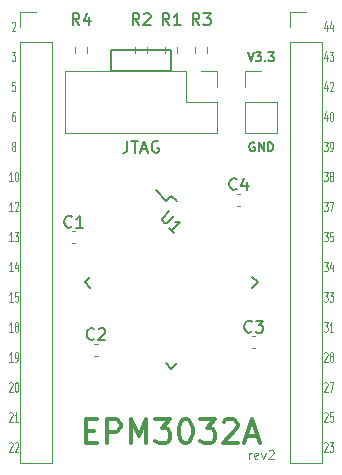
<source format=gbr>
%TF.GenerationSoftware,KiCad,Pcbnew,(6.0.6-0)*%
%TF.CreationDate,2022-10-09T21:23:26+09:00*%
%TF.ProjectId,EPM3032_DEV,45504d33-3033-4325-9f44-45562e6b6963,rev?*%
%TF.SameCoordinates,Original*%
%TF.FileFunction,Legend,Top*%
%TF.FilePolarity,Positive*%
%FSLAX46Y46*%
G04 Gerber Fmt 4.6, Leading zero omitted, Abs format (unit mm)*
G04 Created by KiCad (PCBNEW (6.0.6-0)) date 2022-10-09 21:23:26*
%MOMM*%
%LPD*%
G01*
G04 APERTURE LIST*
%ADD10C,0.100000*%
%ADD11C,0.150000*%
%ADD12C,0.300000*%
%ADD13C,0.125000*%
%ADD14C,0.120000*%
G04 APERTURE END LIST*
D10*
X125982142Y-110194285D02*
X125982142Y-109694285D01*
X125982142Y-109837142D02*
X126017857Y-109765714D01*
X126053571Y-109730000D01*
X126125000Y-109694285D01*
X126196428Y-109694285D01*
X126732142Y-110158571D02*
X126660714Y-110194285D01*
X126517857Y-110194285D01*
X126446428Y-110158571D01*
X126410714Y-110087142D01*
X126410714Y-109801428D01*
X126446428Y-109730000D01*
X126517857Y-109694285D01*
X126660714Y-109694285D01*
X126732142Y-109730000D01*
X126767857Y-109801428D01*
X126767857Y-109872857D01*
X126410714Y-109944285D01*
X127017857Y-109694285D02*
X127196428Y-110194285D01*
X127375000Y-109694285D01*
X127625000Y-109515714D02*
X127660714Y-109480000D01*
X127732142Y-109444285D01*
X127910714Y-109444285D01*
X127982142Y-109480000D01*
X128017857Y-109515714D01*
X128053571Y-109587142D01*
X128053571Y-109658571D01*
X128017857Y-109765714D01*
X127589285Y-110194285D01*
X128053571Y-110194285D01*
D11*
X114300000Y-77410000D02*
X119380000Y-77410000D01*
X119380000Y-77410000D02*
X119380000Y-75570000D01*
X119380000Y-75570000D02*
X114300000Y-75570000D01*
X114300000Y-75570000D02*
X114300000Y-77410000D01*
X126428571Y-83445000D02*
X126357142Y-83409285D01*
X126250000Y-83409285D01*
X126142857Y-83445000D01*
X126071428Y-83516428D01*
X126035714Y-83587857D01*
X126000000Y-83730714D01*
X126000000Y-83837857D01*
X126035714Y-83980714D01*
X126071428Y-84052142D01*
X126142857Y-84123571D01*
X126250000Y-84159285D01*
X126321428Y-84159285D01*
X126428571Y-84123571D01*
X126464285Y-84087857D01*
X126464285Y-83837857D01*
X126321428Y-83837857D01*
X126785714Y-84159285D02*
X126785714Y-83409285D01*
X127214285Y-84159285D01*
X127214285Y-83409285D01*
X127571428Y-84159285D02*
X127571428Y-83409285D01*
X127750000Y-83409285D01*
X127857142Y-83445000D01*
X127928571Y-83516428D01*
X127964285Y-83587857D01*
X128000000Y-83730714D01*
X128000000Y-83837857D01*
X127964285Y-83980714D01*
X127928571Y-84052142D01*
X127857142Y-84123571D01*
X127750000Y-84159285D01*
X127571428Y-84159285D01*
X125857142Y-75789285D02*
X126107142Y-76539285D01*
X126357142Y-75789285D01*
X126535714Y-75789285D02*
X127000000Y-75789285D01*
X126750000Y-76075000D01*
X126857142Y-76075000D01*
X126928571Y-76110714D01*
X126964285Y-76146428D01*
X127000000Y-76217857D01*
X127000000Y-76396428D01*
X126964285Y-76467857D01*
X126928571Y-76503571D01*
X126857142Y-76539285D01*
X126642857Y-76539285D01*
X126571428Y-76503571D01*
X126535714Y-76467857D01*
X127321428Y-76467857D02*
X127357142Y-76503571D01*
X127321428Y-76539285D01*
X127285714Y-76503571D01*
X127321428Y-76467857D01*
X127321428Y-76539285D01*
X127607142Y-75789285D02*
X128071428Y-75789285D01*
X127821428Y-76075000D01*
X127928571Y-76075000D01*
X128000000Y-76110714D01*
X128035714Y-76146428D01*
X128071428Y-76217857D01*
X128071428Y-76396428D01*
X128035714Y-76467857D01*
X128000000Y-76503571D01*
X127928571Y-76539285D01*
X127714285Y-76539285D01*
X127642857Y-76503571D01*
X127607142Y-76467857D01*
D12*
X112141904Y-107807142D02*
X112808571Y-107807142D01*
X113094285Y-108854761D02*
X112141904Y-108854761D01*
X112141904Y-106854761D01*
X113094285Y-106854761D01*
X113951428Y-108854761D02*
X113951428Y-106854761D01*
X114713333Y-106854761D01*
X114903809Y-106950000D01*
X114999047Y-107045238D01*
X115094285Y-107235714D01*
X115094285Y-107521428D01*
X114999047Y-107711904D01*
X114903809Y-107807142D01*
X114713333Y-107902380D01*
X113951428Y-107902380D01*
X115951428Y-108854761D02*
X115951428Y-106854761D01*
X116618095Y-108283333D01*
X117284761Y-106854761D01*
X117284761Y-108854761D01*
X118046666Y-106854761D02*
X119284761Y-106854761D01*
X118618095Y-107616666D01*
X118903809Y-107616666D01*
X119094285Y-107711904D01*
X119189523Y-107807142D01*
X119284761Y-107997619D01*
X119284761Y-108473809D01*
X119189523Y-108664285D01*
X119094285Y-108759523D01*
X118903809Y-108854761D01*
X118332380Y-108854761D01*
X118141904Y-108759523D01*
X118046666Y-108664285D01*
X120522857Y-106854761D02*
X120713333Y-106854761D01*
X120903809Y-106950000D01*
X120999047Y-107045238D01*
X121094285Y-107235714D01*
X121189523Y-107616666D01*
X121189523Y-108092857D01*
X121094285Y-108473809D01*
X120999047Y-108664285D01*
X120903809Y-108759523D01*
X120713333Y-108854761D01*
X120522857Y-108854761D01*
X120332380Y-108759523D01*
X120237142Y-108664285D01*
X120141904Y-108473809D01*
X120046666Y-108092857D01*
X120046666Y-107616666D01*
X120141904Y-107235714D01*
X120237142Y-107045238D01*
X120332380Y-106950000D01*
X120522857Y-106854761D01*
X121856190Y-106854761D02*
X123094285Y-106854761D01*
X122427619Y-107616666D01*
X122713333Y-107616666D01*
X122903809Y-107711904D01*
X122999047Y-107807142D01*
X123094285Y-107997619D01*
X123094285Y-108473809D01*
X122999047Y-108664285D01*
X122903809Y-108759523D01*
X122713333Y-108854761D01*
X122141904Y-108854761D01*
X121951428Y-108759523D01*
X121856190Y-108664285D01*
X123856190Y-107045238D02*
X123951428Y-106950000D01*
X124141904Y-106854761D01*
X124618095Y-106854761D01*
X124808571Y-106950000D01*
X124903809Y-107045238D01*
X124999047Y-107235714D01*
X124999047Y-107426190D01*
X124903809Y-107711904D01*
X123760952Y-108854761D01*
X124999047Y-108854761D01*
X125760952Y-108283333D02*
X126713333Y-108283333D01*
X125570476Y-108854761D02*
X126237142Y-106854761D01*
X126903809Y-108854761D01*
D11*
X115673333Y-83277380D02*
X115673333Y-83991666D01*
X115625714Y-84134523D01*
X115530476Y-84229761D01*
X115387619Y-84277380D01*
X115292380Y-84277380D01*
X116006666Y-83277380D02*
X116578095Y-83277380D01*
X116292380Y-84277380D02*
X116292380Y-83277380D01*
X116863809Y-83991666D02*
X117340000Y-83991666D01*
X116768571Y-84277380D02*
X117101904Y-83277380D01*
X117435238Y-84277380D01*
X118292380Y-83325000D02*
X118197142Y-83277380D01*
X118054285Y-83277380D01*
X117911428Y-83325000D01*
X117816190Y-83420238D01*
X117768571Y-83515476D01*
X117720952Y-83705952D01*
X117720952Y-83848809D01*
X117768571Y-84039285D01*
X117816190Y-84134523D01*
X117911428Y-84229761D01*
X118054285Y-84277380D01*
X118149523Y-84277380D01*
X118292380Y-84229761D01*
X118340000Y-84182142D01*
X118340000Y-83848809D01*
X118149523Y-83848809D01*
D13*
X132572142Y-73464114D02*
X132572142Y-73990780D01*
X132453095Y-73163161D02*
X132334047Y-73727447D01*
X132643571Y-73727447D01*
X133048333Y-73464114D02*
X133048333Y-73990780D01*
X132929285Y-73163161D02*
X132810238Y-73727447D01*
X133119761Y-73727447D01*
X132572142Y-76007914D02*
X132572142Y-76534580D01*
X132453095Y-75706961D02*
X132334047Y-76271247D01*
X132643571Y-76271247D01*
X132786428Y-75744580D02*
X133095952Y-75744580D01*
X132929285Y-76045533D01*
X133000714Y-76045533D01*
X133048333Y-76083152D01*
X133072142Y-76120771D01*
X133095952Y-76196009D01*
X133095952Y-76384104D01*
X133072142Y-76459342D01*
X133048333Y-76496961D01*
X133000714Y-76534580D01*
X132857857Y-76534580D01*
X132810238Y-76496961D01*
X132786428Y-76459342D01*
X132572142Y-78551714D02*
X132572142Y-79078380D01*
X132453095Y-78250761D02*
X132334047Y-78815047D01*
X132643571Y-78815047D01*
X132810238Y-78363619D02*
X132834047Y-78326000D01*
X132881666Y-78288380D01*
X133000714Y-78288380D01*
X133048333Y-78326000D01*
X133072142Y-78363619D01*
X133095952Y-78438857D01*
X133095952Y-78514095D01*
X133072142Y-78626952D01*
X132786428Y-79078380D01*
X133095952Y-79078380D01*
X132572142Y-81095514D02*
X132572142Y-81622180D01*
X132453095Y-80794561D02*
X132334047Y-81358847D01*
X132643571Y-81358847D01*
X132929285Y-80832180D02*
X132976904Y-80832180D01*
X133024523Y-80869800D01*
X133048333Y-80907419D01*
X133072142Y-80982657D01*
X133095952Y-81133133D01*
X133095952Y-81321228D01*
X133072142Y-81471704D01*
X133048333Y-81546942D01*
X133024523Y-81584561D01*
X132976904Y-81622180D01*
X132929285Y-81622180D01*
X132881666Y-81584561D01*
X132857857Y-81546942D01*
X132834047Y-81471704D01*
X132810238Y-81321228D01*
X132810238Y-81133133D01*
X132834047Y-80982657D01*
X132857857Y-80907419D01*
X132881666Y-80869800D01*
X132929285Y-80832180D01*
X132310238Y-83375980D02*
X132619761Y-83375980D01*
X132453095Y-83676933D01*
X132524523Y-83676933D01*
X132572142Y-83714552D01*
X132595952Y-83752171D01*
X132619761Y-83827409D01*
X132619761Y-84015504D01*
X132595952Y-84090742D01*
X132572142Y-84128361D01*
X132524523Y-84165980D01*
X132381666Y-84165980D01*
X132334047Y-84128361D01*
X132310238Y-84090742D01*
X132857857Y-84165980D02*
X132953095Y-84165980D01*
X133000714Y-84128361D01*
X133024523Y-84090742D01*
X133072142Y-83977885D01*
X133095952Y-83827409D01*
X133095952Y-83526457D01*
X133072142Y-83451219D01*
X133048333Y-83413600D01*
X133000714Y-83375980D01*
X132905476Y-83375980D01*
X132857857Y-83413600D01*
X132834047Y-83451219D01*
X132810238Y-83526457D01*
X132810238Y-83714552D01*
X132834047Y-83789790D01*
X132857857Y-83827409D01*
X132905476Y-83865028D01*
X133000714Y-83865028D01*
X133048333Y-83827409D01*
X133072142Y-83789790D01*
X133095952Y-83714552D01*
X132310238Y-85919780D02*
X132619761Y-85919780D01*
X132453095Y-86220733D01*
X132524523Y-86220733D01*
X132572142Y-86258352D01*
X132595952Y-86295971D01*
X132619761Y-86371209D01*
X132619761Y-86559304D01*
X132595952Y-86634542D01*
X132572142Y-86672161D01*
X132524523Y-86709780D01*
X132381666Y-86709780D01*
X132334047Y-86672161D01*
X132310238Y-86634542D01*
X132905476Y-86258352D02*
X132857857Y-86220733D01*
X132834047Y-86183114D01*
X132810238Y-86107876D01*
X132810238Y-86070257D01*
X132834047Y-85995019D01*
X132857857Y-85957400D01*
X132905476Y-85919780D01*
X133000714Y-85919780D01*
X133048333Y-85957400D01*
X133072142Y-85995019D01*
X133095952Y-86070257D01*
X133095952Y-86107876D01*
X133072142Y-86183114D01*
X133048333Y-86220733D01*
X133000714Y-86258352D01*
X132905476Y-86258352D01*
X132857857Y-86295971D01*
X132834047Y-86333590D01*
X132810238Y-86408828D01*
X132810238Y-86559304D01*
X132834047Y-86634542D01*
X132857857Y-86672161D01*
X132905476Y-86709780D01*
X133000714Y-86709780D01*
X133048333Y-86672161D01*
X133072142Y-86634542D01*
X133095952Y-86559304D01*
X133095952Y-86408828D01*
X133072142Y-86333590D01*
X133048333Y-86295971D01*
X133000714Y-86258352D01*
X132310238Y-88463580D02*
X132619761Y-88463580D01*
X132453095Y-88764533D01*
X132524523Y-88764533D01*
X132572142Y-88802152D01*
X132595952Y-88839771D01*
X132619761Y-88915009D01*
X132619761Y-89103104D01*
X132595952Y-89178342D01*
X132572142Y-89215961D01*
X132524523Y-89253580D01*
X132381666Y-89253580D01*
X132334047Y-89215961D01*
X132310238Y-89178342D01*
X132786428Y-88463580D02*
X133119761Y-88463580D01*
X132905476Y-89253580D01*
X132310238Y-91007380D02*
X132619761Y-91007380D01*
X132453095Y-91308333D01*
X132524523Y-91308333D01*
X132572142Y-91345952D01*
X132595952Y-91383571D01*
X132619761Y-91458809D01*
X132619761Y-91646904D01*
X132595952Y-91722142D01*
X132572142Y-91759761D01*
X132524523Y-91797380D01*
X132381666Y-91797380D01*
X132334047Y-91759761D01*
X132310238Y-91722142D01*
X133072142Y-91007380D02*
X132834047Y-91007380D01*
X132810238Y-91383571D01*
X132834047Y-91345952D01*
X132881666Y-91308333D01*
X133000714Y-91308333D01*
X133048333Y-91345952D01*
X133072142Y-91383571D01*
X133095952Y-91458809D01*
X133095952Y-91646904D01*
X133072142Y-91722142D01*
X133048333Y-91759761D01*
X133000714Y-91797380D01*
X132881666Y-91797380D01*
X132834047Y-91759761D01*
X132810238Y-91722142D01*
X132310238Y-93551180D02*
X132619761Y-93551180D01*
X132453095Y-93852133D01*
X132524523Y-93852133D01*
X132572142Y-93889752D01*
X132595952Y-93927371D01*
X132619761Y-94002609D01*
X132619761Y-94190704D01*
X132595952Y-94265942D01*
X132572142Y-94303561D01*
X132524523Y-94341180D01*
X132381666Y-94341180D01*
X132334047Y-94303561D01*
X132310238Y-94265942D01*
X133048333Y-93814514D02*
X133048333Y-94341180D01*
X132929285Y-93513561D02*
X132810238Y-94077847D01*
X133119761Y-94077847D01*
X132310238Y-96094980D02*
X132619761Y-96094980D01*
X132453095Y-96395933D01*
X132524523Y-96395933D01*
X132572142Y-96433552D01*
X132595952Y-96471171D01*
X132619761Y-96546409D01*
X132619761Y-96734504D01*
X132595952Y-96809742D01*
X132572142Y-96847361D01*
X132524523Y-96884980D01*
X132381666Y-96884980D01*
X132334047Y-96847361D01*
X132310238Y-96809742D01*
X132786428Y-96094980D02*
X133095952Y-96094980D01*
X132929285Y-96395933D01*
X133000714Y-96395933D01*
X133048333Y-96433552D01*
X133072142Y-96471171D01*
X133095952Y-96546409D01*
X133095952Y-96734504D01*
X133072142Y-96809742D01*
X133048333Y-96847361D01*
X133000714Y-96884980D01*
X132857857Y-96884980D01*
X132810238Y-96847361D01*
X132786428Y-96809742D01*
X132310238Y-98638780D02*
X132619761Y-98638780D01*
X132453095Y-98939733D01*
X132524523Y-98939733D01*
X132572142Y-98977352D01*
X132595952Y-99014971D01*
X132619761Y-99090209D01*
X132619761Y-99278304D01*
X132595952Y-99353542D01*
X132572142Y-99391161D01*
X132524523Y-99428780D01*
X132381666Y-99428780D01*
X132334047Y-99391161D01*
X132310238Y-99353542D01*
X133095952Y-99428780D02*
X132810238Y-99428780D01*
X132953095Y-99428780D02*
X132953095Y-98638780D01*
X132905476Y-98751638D01*
X132857857Y-98826876D01*
X132810238Y-98864495D01*
X132334047Y-101257819D02*
X132357857Y-101220200D01*
X132405476Y-101182580D01*
X132524523Y-101182580D01*
X132572142Y-101220200D01*
X132595952Y-101257819D01*
X132619761Y-101333057D01*
X132619761Y-101408295D01*
X132595952Y-101521152D01*
X132310238Y-101972580D01*
X132619761Y-101972580D01*
X132905476Y-101521152D02*
X132857857Y-101483533D01*
X132834047Y-101445914D01*
X132810238Y-101370676D01*
X132810238Y-101333057D01*
X132834047Y-101257819D01*
X132857857Y-101220200D01*
X132905476Y-101182580D01*
X133000714Y-101182580D01*
X133048333Y-101220200D01*
X133072142Y-101257819D01*
X133095952Y-101333057D01*
X133095952Y-101370676D01*
X133072142Y-101445914D01*
X133048333Y-101483533D01*
X133000714Y-101521152D01*
X132905476Y-101521152D01*
X132857857Y-101558771D01*
X132834047Y-101596390D01*
X132810238Y-101671628D01*
X132810238Y-101822104D01*
X132834047Y-101897342D01*
X132857857Y-101934961D01*
X132905476Y-101972580D01*
X133000714Y-101972580D01*
X133048333Y-101934961D01*
X133072142Y-101897342D01*
X133095952Y-101822104D01*
X133095952Y-101671628D01*
X133072142Y-101596390D01*
X133048333Y-101558771D01*
X133000714Y-101521152D01*
X132334047Y-103801619D02*
X132357857Y-103764000D01*
X132405476Y-103726380D01*
X132524523Y-103726380D01*
X132572142Y-103764000D01*
X132595952Y-103801619D01*
X132619761Y-103876857D01*
X132619761Y-103952095D01*
X132595952Y-104064952D01*
X132310238Y-104516380D01*
X132619761Y-104516380D01*
X132786428Y-103726380D02*
X133119761Y-103726380D01*
X132905476Y-104516380D01*
X132334047Y-106345419D02*
X132357857Y-106307800D01*
X132405476Y-106270180D01*
X132524523Y-106270180D01*
X132572142Y-106307800D01*
X132595952Y-106345419D01*
X132619761Y-106420657D01*
X132619761Y-106495895D01*
X132595952Y-106608752D01*
X132310238Y-107060180D01*
X132619761Y-107060180D01*
X133072142Y-106270180D02*
X132834047Y-106270180D01*
X132810238Y-106646371D01*
X132834047Y-106608752D01*
X132881666Y-106571133D01*
X133000714Y-106571133D01*
X133048333Y-106608752D01*
X133072142Y-106646371D01*
X133095952Y-106721609D01*
X133095952Y-106909704D01*
X133072142Y-106984942D01*
X133048333Y-107022561D01*
X133000714Y-107060180D01*
X132881666Y-107060180D01*
X132834047Y-107022561D01*
X132810238Y-106984942D01*
X132334047Y-108889219D02*
X132357857Y-108851600D01*
X132405476Y-108813980D01*
X132524523Y-108813980D01*
X132572142Y-108851600D01*
X132595952Y-108889219D01*
X132619761Y-108964457D01*
X132619761Y-109039695D01*
X132595952Y-109152552D01*
X132310238Y-109603980D01*
X132619761Y-109603980D01*
X132786428Y-108813980D02*
X133095952Y-108813980D01*
X132929285Y-109114933D01*
X133000714Y-109114933D01*
X133048333Y-109152552D01*
X133072142Y-109190171D01*
X133095952Y-109265409D01*
X133095952Y-109453504D01*
X133072142Y-109528742D01*
X133048333Y-109566361D01*
X133000714Y-109603980D01*
X132857857Y-109603980D01*
X132810238Y-109566361D01*
X132786428Y-109528742D01*
X105902142Y-73276019D02*
X105925952Y-73238400D01*
X105973571Y-73200780D01*
X106092619Y-73200780D01*
X106140238Y-73238400D01*
X106164047Y-73276019D01*
X106187857Y-73351257D01*
X106187857Y-73426495D01*
X106164047Y-73539352D01*
X105878333Y-73990780D01*
X106187857Y-73990780D01*
X105878333Y-75744580D02*
X106187857Y-75744580D01*
X106021190Y-76045533D01*
X106092619Y-76045533D01*
X106140238Y-76083152D01*
X106164047Y-76120771D01*
X106187857Y-76196009D01*
X106187857Y-76384104D01*
X106164047Y-76459342D01*
X106140238Y-76496961D01*
X106092619Y-76534580D01*
X105949761Y-76534580D01*
X105902142Y-76496961D01*
X105878333Y-76459342D01*
X106164047Y-78288380D02*
X105925952Y-78288380D01*
X105902142Y-78664571D01*
X105925952Y-78626952D01*
X105973571Y-78589333D01*
X106092619Y-78589333D01*
X106140238Y-78626952D01*
X106164047Y-78664571D01*
X106187857Y-78739809D01*
X106187857Y-78927904D01*
X106164047Y-79003142D01*
X106140238Y-79040761D01*
X106092619Y-79078380D01*
X105973571Y-79078380D01*
X105925952Y-79040761D01*
X105902142Y-79003142D01*
X106140238Y-80832180D02*
X106045000Y-80832180D01*
X105997380Y-80869800D01*
X105973571Y-80907419D01*
X105925952Y-81020276D01*
X105902142Y-81170752D01*
X105902142Y-81471704D01*
X105925952Y-81546942D01*
X105949761Y-81584561D01*
X105997380Y-81622180D01*
X106092619Y-81622180D01*
X106140238Y-81584561D01*
X106164047Y-81546942D01*
X106187857Y-81471704D01*
X106187857Y-81283609D01*
X106164047Y-81208371D01*
X106140238Y-81170752D01*
X106092619Y-81133133D01*
X105997380Y-81133133D01*
X105949761Y-81170752D01*
X105925952Y-81208371D01*
X105902142Y-81283609D01*
X105997380Y-83714552D02*
X105949761Y-83676933D01*
X105925952Y-83639314D01*
X105902142Y-83564076D01*
X105902142Y-83526457D01*
X105925952Y-83451219D01*
X105949761Y-83413600D01*
X105997380Y-83375980D01*
X106092619Y-83375980D01*
X106140238Y-83413600D01*
X106164047Y-83451219D01*
X106187857Y-83526457D01*
X106187857Y-83564076D01*
X106164047Y-83639314D01*
X106140238Y-83676933D01*
X106092619Y-83714552D01*
X105997380Y-83714552D01*
X105949761Y-83752171D01*
X105925952Y-83789790D01*
X105902142Y-83865028D01*
X105902142Y-84015504D01*
X105925952Y-84090742D01*
X105949761Y-84128361D01*
X105997380Y-84165980D01*
X106092619Y-84165980D01*
X106140238Y-84128361D01*
X106164047Y-84090742D01*
X106187857Y-84015504D01*
X106187857Y-83865028D01*
X106164047Y-83789790D01*
X106140238Y-83752171D01*
X106092619Y-83714552D01*
X105949761Y-86709780D02*
X105664047Y-86709780D01*
X105806904Y-86709780D02*
X105806904Y-85919780D01*
X105759285Y-86032638D01*
X105711666Y-86107876D01*
X105664047Y-86145495D01*
X106259285Y-85919780D02*
X106306904Y-85919780D01*
X106354523Y-85957400D01*
X106378333Y-85995019D01*
X106402142Y-86070257D01*
X106425952Y-86220733D01*
X106425952Y-86408828D01*
X106402142Y-86559304D01*
X106378333Y-86634542D01*
X106354523Y-86672161D01*
X106306904Y-86709780D01*
X106259285Y-86709780D01*
X106211666Y-86672161D01*
X106187857Y-86634542D01*
X106164047Y-86559304D01*
X106140238Y-86408828D01*
X106140238Y-86220733D01*
X106164047Y-86070257D01*
X106187857Y-85995019D01*
X106211666Y-85957400D01*
X106259285Y-85919780D01*
X105949761Y-89253580D02*
X105664047Y-89253580D01*
X105806904Y-89253580D02*
X105806904Y-88463580D01*
X105759285Y-88576438D01*
X105711666Y-88651676D01*
X105664047Y-88689295D01*
X106140238Y-88538819D02*
X106164047Y-88501200D01*
X106211666Y-88463580D01*
X106330714Y-88463580D01*
X106378333Y-88501200D01*
X106402142Y-88538819D01*
X106425952Y-88614057D01*
X106425952Y-88689295D01*
X106402142Y-88802152D01*
X106116428Y-89253580D01*
X106425952Y-89253580D01*
X105949761Y-91797380D02*
X105664047Y-91797380D01*
X105806904Y-91797380D02*
X105806904Y-91007380D01*
X105759285Y-91120238D01*
X105711666Y-91195476D01*
X105664047Y-91233095D01*
X106116428Y-91007380D02*
X106425952Y-91007380D01*
X106259285Y-91308333D01*
X106330714Y-91308333D01*
X106378333Y-91345952D01*
X106402142Y-91383571D01*
X106425952Y-91458809D01*
X106425952Y-91646904D01*
X106402142Y-91722142D01*
X106378333Y-91759761D01*
X106330714Y-91797380D01*
X106187857Y-91797380D01*
X106140238Y-91759761D01*
X106116428Y-91722142D01*
X105949761Y-94341180D02*
X105664047Y-94341180D01*
X105806904Y-94341180D02*
X105806904Y-93551180D01*
X105759285Y-93664038D01*
X105711666Y-93739276D01*
X105664047Y-93776895D01*
X106378333Y-93814514D02*
X106378333Y-94341180D01*
X106259285Y-93513561D02*
X106140238Y-94077847D01*
X106449761Y-94077847D01*
X105949761Y-96884980D02*
X105664047Y-96884980D01*
X105806904Y-96884980D02*
X105806904Y-96094980D01*
X105759285Y-96207838D01*
X105711666Y-96283076D01*
X105664047Y-96320695D01*
X106402142Y-96094980D02*
X106164047Y-96094980D01*
X106140238Y-96471171D01*
X106164047Y-96433552D01*
X106211666Y-96395933D01*
X106330714Y-96395933D01*
X106378333Y-96433552D01*
X106402142Y-96471171D01*
X106425952Y-96546409D01*
X106425952Y-96734504D01*
X106402142Y-96809742D01*
X106378333Y-96847361D01*
X106330714Y-96884980D01*
X106211666Y-96884980D01*
X106164047Y-96847361D01*
X106140238Y-96809742D01*
X105949761Y-99428780D02*
X105664047Y-99428780D01*
X105806904Y-99428780D02*
X105806904Y-98638780D01*
X105759285Y-98751638D01*
X105711666Y-98826876D01*
X105664047Y-98864495D01*
X106235476Y-98977352D02*
X106187857Y-98939733D01*
X106164047Y-98902114D01*
X106140238Y-98826876D01*
X106140238Y-98789257D01*
X106164047Y-98714019D01*
X106187857Y-98676400D01*
X106235476Y-98638780D01*
X106330714Y-98638780D01*
X106378333Y-98676400D01*
X106402142Y-98714019D01*
X106425952Y-98789257D01*
X106425952Y-98826876D01*
X106402142Y-98902114D01*
X106378333Y-98939733D01*
X106330714Y-98977352D01*
X106235476Y-98977352D01*
X106187857Y-99014971D01*
X106164047Y-99052590D01*
X106140238Y-99127828D01*
X106140238Y-99278304D01*
X106164047Y-99353542D01*
X106187857Y-99391161D01*
X106235476Y-99428780D01*
X106330714Y-99428780D01*
X106378333Y-99391161D01*
X106402142Y-99353542D01*
X106425952Y-99278304D01*
X106425952Y-99127828D01*
X106402142Y-99052590D01*
X106378333Y-99014971D01*
X106330714Y-98977352D01*
X105949761Y-101972580D02*
X105664047Y-101972580D01*
X105806904Y-101972580D02*
X105806904Y-101182580D01*
X105759285Y-101295438D01*
X105711666Y-101370676D01*
X105664047Y-101408295D01*
X106187857Y-101972580D02*
X106283095Y-101972580D01*
X106330714Y-101934961D01*
X106354523Y-101897342D01*
X106402142Y-101784485D01*
X106425952Y-101634009D01*
X106425952Y-101333057D01*
X106402142Y-101257819D01*
X106378333Y-101220200D01*
X106330714Y-101182580D01*
X106235476Y-101182580D01*
X106187857Y-101220200D01*
X106164047Y-101257819D01*
X106140238Y-101333057D01*
X106140238Y-101521152D01*
X106164047Y-101596390D01*
X106187857Y-101634009D01*
X106235476Y-101671628D01*
X106330714Y-101671628D01*
X106378333Y-101634009D01*
X106402142Y-101596390D01*
X106425952Y-101521152D01*
X105664047Y-103801619D02*
X105687857Y-103764000D01*
X105735476Y-103726380D01*
X105854523Y-103726380D01*
X105902142Y-103764000D01*
X105925952Y-103801619D01*
X105949761Y-103876857D01*
X105949761Y-103952095D01*
X105925952Y-104064952D01*
X105640238Y-104516380D01*
X105949761Y-104516380D01*
X106259285Y-103726380D02*
X106306904Y-103726380D01*
X106354523Y-103764000D01*
X106378333Y-103801619D01*
X106402142Y-103876857D01*
X106425952Y-104027333D01*
X106425952Y-104215428D01*
X106402142Y-104365904D01*
X106378333Y-104441142D01*
X106354523Y-104478761D01*
X106306904Y-104516380D01*
X106259285Y-104516380D01*
X106211666Y-104478761D01*
X106187857Y-104441142D01*
X106164047Y-104365904D01*
X106140238Y-104215428D01*
X106140238Y-104027333D01*
X106164047Y-103876857D01*
X106187857Y-103801619D01*
X106211666Y-103764000D01*
X106259285Y-103726380D01*
X105664047Y-106345419D02*
X105687857Y-106307800D01*
X105735476Y-106270180D01*
X105854523Y-106270180D01*
X105902142Y-106307800D01*
X105925952Y-106345419D01*
X105949761Y-106420657D01*
X105949761Y-106495895D01*
X105925952Y-106608752D01*
X105640238Y-107060180D01*
X105949761Y-107060180D01*
X106425952Y-107060180D02*
X106140238Y-107060180D01*
X106283095Y-107060180D02*
X106283095Y-106270180D01*
X106235476Y-106383038D01*
X106187857Y-106458276D01*
X106140238Y-106495895D01*
X105664047Y-108889219D02*
X105687857Y-108851600D01*
X105735476Y-108813980D01*
X105854523Y-108813980D01*
X105902142Y-108851600D01*
X105925952Y-108889219D01*
X105949761Y-108964457D01*
X105949761Y-109039695D01*
X105925952Y-109152552D01*
X105640238Y-109603980D01*
X105949761Y-109603980D01*
X106140238Y-108889219D02*
X106164047Y-108851600D01*
X106211666Y-108813980D01*
X106330714Y-108813980D01*
X106378333Y-108851600D01*
X106402142Y-108889219D01*
X106425952Y-108964457D01*
X106425952Y-109039695D01*
X106402142Y-109152552D01*
X106116428Y-109603980D01*
X106425952Y-109603980D01*
D11*
%TO.C,C3*%
X126198333Y-99417142D02*
X126150714Y-99464761D01*
X126007857Y-99512380D01*
X125912619Y-99512380D01*
X125769761Y-99464761D01*
X125674523Y-99369523D01*
X125626904Y-99274285D01*
X125579285Y-99083809D01*
X125579285Y-98940952D01*
X125626904Y-98750476D01*
X125674523Y-98655238D01*
X125769761Y-98560000D01*
X125912619Y-98512380D01*
X126007857Y-98512380D01*
X126150714Y-98560000D01*
X126198333Y-98607619D01*
X126531666Y-98512380D02*
X127150714Y-98512380D01*
X126817380Y-98893333D01*
X126960238Y-98893333D01*
X127055476Y-98940952D01*
X127103095Y-98988571D01*
X127150714Y-99083809D01*
X127150714Y-99321904D01*
X127103095Y-99417142D01*
X127055476Y-99464761D01*
X126960238Y-99512380D01*
X126674523Y-99512380D01*
X126579285Y-99464761D01*
X126531666Y-99417142D01*
%TO.C,C4*%
X124928333Y-87352142D02*
X124880714Y-87399761D01*
X124737857Y-87447380D01*
X124642619Y-87447380D01*
X124499761Y-87399761D01*
X124404523Y-87304523D01*
X124356904Y-87209285D01*
X124309285Y-87018809D01*
X124309285Y-86875952D01*
X124356904Y-86685476D01*
X124404523Y-86590238D01*
X124499761Y-86495000D01*
X124642619Y-86447380D01*
X124737857Y-86447380D01*
X124880714Y-86495000D01*
X124928333Y-86542619D01*
X125785476Y-86780714D02*
X125785476Y-87447380D01*
X125547380Y-86399761D02*
X125309285Y-87114047D01*
X125928333Y-87114047D01*
%TO.C,R2*%
X116678333Y-73482380D02*
X116345000Y-73006190D01*
X116106904Y-73482380D02*
X116106904Y-72482380D01*
X116487857Y-72482380D01*
X116583095Y-72530000D01*
X116630714Y-72577619D01*
X116678333Y-72672857D01*
X116678333Y-72815714D01*
X116630714Y-72910952D01*
X116583095Y-72958571D01*
X116487857Y-73006190D01*
X116106904Y-73006190D01*
X117059285Y-72577619D02*
X117106904Y-72530000D01*
X117202142Y-72482380D01*
X117440238Y-72482380D01*
X117535476Y-72530000D01*
X117583095Y-72577619D01*
X117630714Y-72672857D01*
X117630714Y-72768095D01*
X117583095Y-72910952D01*
X117011666Y-73482380D01*
X117630714Y-73482380D01*
%TO.C,C2*%
X112863333Y-100052142D02*
X112815714Y-100099761D01*
X112672857Y-100147380D01*
X112577619Y-100147380D01*
X112434761Y-100099761D01*
X112339523Y-100004523D01*
X112291904Y-99909285D01*
X112244285Y-99718809D01*
X112244285Y-99575952D01*
X112291904Y-99385476D01*
X112339523Y-99290238D01*
X112434761Y-99195000D01*
X112577619Y-99147380D01*
X112672857Y-99147380D01*
X112815714Y-99195000D01*
X112863333Y-99242619D01*
X113244285Y-99242619D02*
X113291904Y-99195000D01*
X113387142Y-99147380D01*
X113625238Y-99147380D01*
X113720476Y-99195000D01*
X113768095Y-99242619D01*
X113815714Y-99337857D01*
X113815714Y-99433095D01*
X113768095Y-99575952D01*
X113196666Y-100147380D01*
X113815714Y-100147380D01*
%TO.C,R4*%
X111598333Y-73482380D02*
X111265000Y-73006190D01*
X111026904Y-73482380D02*
X111026904Y-72482380D01*
X111407857Y-72482380D01*
X111503095Y-72530000D01*
X111550714Y-72577619D01*
X111598333Y-72672857D01*
X111598333Y-72815714D01*
X111550714Y-72910952D01*
X111503095Y-72958571D01*
X111407857Y-73006190D01*
X111026904Y-73006190D01*
X112455476Y-72815714D02*
X112455476Y-73482380D01*
X112217380Y-72434761D02*
X111979285Y-73149047D01*
X112598333Y-73149047D01*
%TO.C,R3*%
X121758333Y-73482380D02*
X121425000Y-73006190D01*
X121186904Y-73482380D02*
X121186904Y-72482380D01*
X121567857Y-72482380D01*
X121663095Y-72530000D01*
X121710714Y-72577619D01*
X121758333Y-72672857D01*
X121758333Y-72815714D01*
X121710714Y-72910952D01*
X121663095Y-72958571D01*
X121567857Y-73006190D01*
X121186904Y-73006190D01*
X122091666Y-72482380D02*
X122710714Y-72482380D01*
X122377380Y-72863333D01*
X122520238Y-72863333D01*
X122615476Y-72910952D01*
X122663095Y-72958571D01*
X122710714Y-73053809D01*
X122710714Y-73291904D01*
X122663095Y-73387142D01*
X122615476Y-73434761D01*
X122520238Y-73482380D01*
X122234523Y-73482380D01*
X122139285Y-73434761D01*
X122091666Y-73387142D01*
%TO.C,C1*%
X110958333Y-90527142D02*
X110910714Y-90574761D01*
X110767857Y-90622380D01*
X110672619Y-90622380D01*
X110529761Y-90574761D01*
X110434523Y-90479523D01*
X110386904Y-90384285D01*
X110339285Y-90193809D01*
X110339285Y-90050952D01*
X110386904Y-89860476D01*
X110434523Y-89765238D01*
X110529761Y-89670000D01*
X110672619Y-89622380D01*
X110767857Y-89622380D01*
X110910714Y-89670000D01*
X110958333Y-89717619D01*
X111910714Y-90622380D02*
X111339285Y-90622380D01*
X111625000Y-90622380D02*
X111625000Y-89622380D01*
X111529761Y-89765238D01*
X111434523Y-89860476D01*
X111339285Y-89908095D01*
%TO.C,R1*%
X119218333Y-73482380D02*
X118885000Y-73006190D01*
X118646904Y-73482380D02*
X118646904Y-72482380D01*
X119027857Y-72482380D01*
X119123095Y-72530000D01*
X119170714Y-72577619D01*
X119218333Y-72672857D01*
X119218333Y-72815714D01*
X119170714Y-72910952D01*
X119123095Y-72958571D01*
X119027857Y-73006190D01*
X118646904Y-73006190D01*
X120170714Y-73482380D02*
X119599285Y-73482380D01*
X119885000Y-73482380D02*
X119885000Y-72482380D01*
X119789761Y-72625238D01*
X119694523Y-72720476D01*
X119599285Y-72768095D01*
%TO.C,U1*%
X119228477Y-89244027D02*
X118656057Y-89816447D01*
X118622385Y-89917462D01*
X118622385Y-89984806D01*
X118656057Y-90085821D01*
X118790744Y-90220508D01*
X118891759Y-90254180D01*
X118959103Y-90254180D01*
X119060118Y-90220508D01*
X119632538Y-89648088D01*
X119632538Y-91062302D02*
X119228477Y-90658241D01*
X119430507Y-90860271D02*
X120137614Y-90153165D01*
X119969255Y-90186836D01*
X119834568Y-90186836D01*
X119733553Y-90153165D01*
D14*
%TO.C,J2*%
X125670000Y-78740000D02*
X125670000Y-77410000D01*
X125670000Y-82610000D02*
X128330000Y-82610000D01*
X125670000Y-80010000D02*
X125670000Y-82610000D01*
X125670000Y-80010000D02*
X128330000Y-80010000D01*
X125670000Y-77410000D02*
X127000000Y-77410000D01*
X128330000Y-80010000D02*
X128330000Y-82610000D01*
%TO.C,C3*%
X126218733Y-100840000D02*
X126511267Y-100840000D01*
X126218733Y-99820000D02*
X126511267Y-99820000D01*
%TO.C,J1*%
X121920000Y-77410000D02*
X123250000Y-77410000D01*
X123250000Y-80010000D02*
X123250000Y-82610000D01*
X120650000Y-77410000D02*
X120650000Y-80010000D01*
X120650000Y-80010000D02*
X123250000Y-80010000D01*
X110430000Y-77410000D02*
X110430000Y-82610000D01*
X123250000Y-82610000D02*
X110430000Y-82610000D01*
X123250000Y-77410000D02*
X123250000Y-78740000D01*
X120650000Y-77410000D02*
X110430000Y-77410000D01*
%TO.C,C4*%
X124948733Y-88775000D02*
X125241267Y-88775000D01*
X124948733Y-87755000D02*
X125241267Y-87755000D01*
%TO.C,R2*%
X116322500Y-75824724D02*
X116322500Y-75315276D01*
X117367500Y-75824724D02*
X117367500Y-75315276D01*
%TO.C,J3*%
X106620000Y-74935000D02*
X106620000Y-110555000D01*
X109280000Y-74935000D02*
X109280000Y-110555000D01*
X106620000Y-72335000D02*
X107950000Y-72335000D01*
X106620000Y-74935000D02*
X109280000Y-74935000D01*
X106620000Y-110555000D02*
X109280000Y-110555000D01*
X106620000Y-73665000D02*
X106620000Y-72335000D01*
%TO.C,C2*%
X113176267Y-101475000D02*
X112883733Y-101475000D01*
X113176267Y-100455000D02*
X112883733Y-100455000D01*
%TO.C,J4*%
X129480000Y-73665000D02*
X129480000Y-72335000D01*
X129480000Y-74935000D02*
X132140000Y-74935000D01*
X129480000Y-74935000D02*
X129480000Y-110555000D01*
X132140000Y-74935000D02*
X132140000Y-110555000D01*
X129480000Y-72335000D02*
X130810000Y-72335000D01*
X129480000Y-110555000D02*
X132140000Y-110555000D01*
%TO.C,R4*%
X112287500Y-75824724D02*
X112287500Y-75315276D01*
X111242500Y-75824724D02*
X111242500Y-75315276D01*
%TO.C,R3*%
X121402500Y-75315276D02*
X121402500Y-75824724D01*
X122447500Y-75315276D02*
X122447500Y-75824724D01*
%TO.C,C1*%
X111271267Y-90930000D02*
X110978733Y-90930000D01*
X111271267Y-91950000D02*
X110978733Y-91950000D01*
%TO.C,R1*%
X119907500Y-75824724D02*
X119907500Y-75315276D01*
X118862500Y-75824724D02*
X118862500Y-75315276D01*
D11*
%TO.C,U1*%
X126698555Y-95250000D02*
X126221258Y-94772703D01*
X112061445Y-95250000D02*
X112538742Y-95727297D01*
X119380000Y-87931445D02*
X119857297Y-88408742D01*
X119380000Y-102568555D02*
X118902703Y-102091258D01*
X118973414Y-88338031D02*
X118071852Y-87436470D01*
X112061445Y-95250000D02*
X112538742Y-94772703D01*
X126698555Y-95250000D02*
X126221258Y-95727297D01*
X119380000Y-102568555D02*
X119857297Y-102091258D01*
X119380000Y-87931445D02*
X118973414Y-88338031D01*
%TD*%
M02*

</source>
